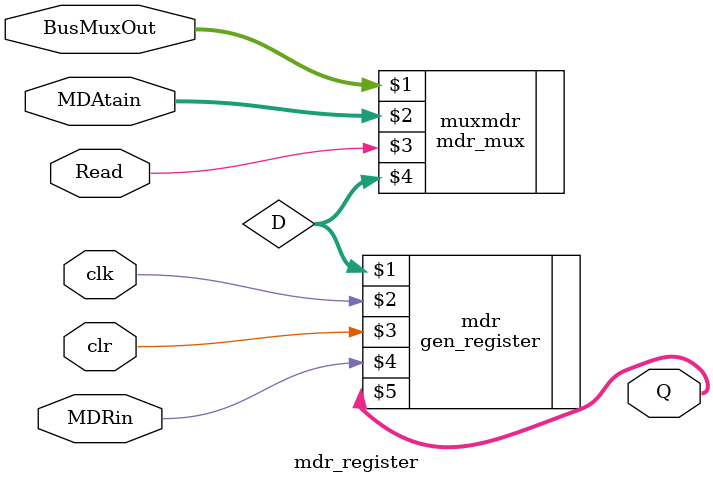
<source format=v>

module mdr_register (
	input wire [31:0] BusMuxOut,
	input wire clk,
	input wire clr,
	input wire Read,
	input wire MDRin,
	input wire [31:0] MDAtain,
	output wire [31:0] Q
	);
	
	wire [31:0] D;
	
	mdr_mux muxmdr (BusMuxOut, MDAtain, Read, D);
	gen_register mdr (D, clk, clr, MDRin, Q);
	
endmodule 

</source>
